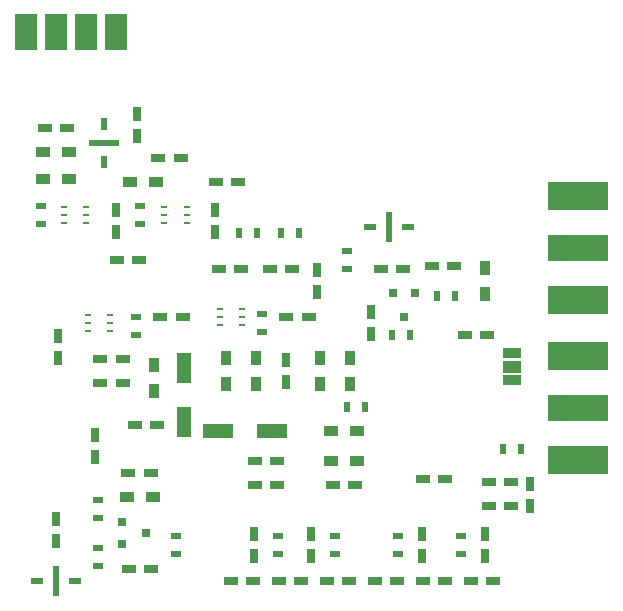
<source format=gbr>
G04 #@! TF.FileFunction,Paste,Top*
%FSLAX46Y46*%
G04 Gerber Fmt 4.6, Leading zero omitted, Abs format (unit mm)*
G04 Created by KiCad (PCBNEW (2015-03-31 BZR 5561)-product) date Tue 28 Apr 2015 10:13:20 PM CDT*
%MOMM*%
G01*
G04 APERTURE LIST*
%ADD10C,0.100000*%
%ADD11R,1.200000X0.750000*%
%ADD12R,0.750000X1.200000*%
%ADD13R,0.800100X0.800100*%
%ADD14R,1.198880X2.598420*%
%ADD15R,1.198880X2.600960*%
%ADD16R,2.598420X1.198880*%
%ADD17R,2.600960X1.198880*%
%ADD18R,0.900000X0.500000*%
%ADD19R,0.500000X0.900000*%
%ADD20R,1.200000X0.900000*%
%ADD21R,0.900000X1.200000*%
%ADD22R,0.600000X0.200000*%
%ADD23R,0.600000X2.600000*%
%ADD24R,1.000000X0.500000*%
%ADD25R,2.600000X0.600000*%
%ADD26R,0.500000X1.000000*%
%ADD27R,1.524000X1.016000*%
%ADD28R,1.524000X0.965200*%
%ADD29R,5.080000X2.413000*%
%ADD30R,5.080000X2.286000*%
%ADD31R,1.905000X3.048000*%
G04 APERTURE END LIST*
D10*
D11*
X94930000Y-149606000D03*
X93030000Y-149606000D03*
D12*
X94996000Y-147508000D03*
X94996000Y-145608000D03*
D11*
X98994000Y-149606000D03*
X97094000Y-149606000D03*
D12*
X99822000Y-147508000D03*
X99822000Y-145608000D03*
D11*
X103058000Y-149606000D03*
X101158000Y-149606000D03*
X107122000Y-149606000D03*
X105222000Y-149606000D03*
D12*
X109220000Y-147508000D03*
X109220000Y-145608000D03*
D11*
X111186000Y-149606000D03*
X109286000Y-149606000D03*
D12*
X114554000Y-147508000D03*
X114554000Y-145608000D03*
D11*
X115250000Y-149606000D03*
X113350000Y-149606000D03*
D12*
X81534000Y-137226000D03*
X81534000Y-139126000D03*
X78364000Y-130744000D03*
X78364000Y-128844000D03*
X78232000Y-146238000D03*
X78232000Y-144338000D03*
D11*
X84328000Y-140462000D03*
X86228000Y-140462000D03*
X84394000Y-148590000D03*
X86294000Y-148590000D03*
X83886000Y-130810000D03*
X81986000Y-130810000D03*
X83886000Y-132842000D03*
X81986000Y-132842000D03*
X88966000Y-127254000D03*
X87066000Y-127254000D03*
D12*
X97668000Y-130876000D03*
X97668000Y-132776000D03*
D11*
X86802000Y-136398000D03*
X84902000Y-136398000D03*
X99634000Y-127254000D03*
X97734000Y-127254000D03*
X101666000Y-141478000D03*
X103566000Y-141478000D03*
X96962000Y-139446000D03*
X95062000Y-139446000D03*
X111186000Y-140970000D03*
X109286000Y-140970000D03*
X96962000Y-141478000D03*
X95062000Y-141478000D03*
X116774000Y-143256000D03*
X114874000Y-143256000D03*
X114874000Y-141224000D03*
X116774000Y-141224000D03*
D12*
X118364000Y-143256000D03*
X118364000Y-141356000D03*
X104902000Y-128712000D03*
X104902000Y-126812000D03*
D11*
X111948000Y-122936000D03*
X110048000Y-122936000D03*
D12*
X100330000Y-123256000D03*
X100330000Y-125156000D03*
D11*
X96332000Y-123190000D03*
X98232000Y-123190000D03*
X92014000Y-123190000D03*
X93914000Y-123190000D03*
X105730000Y-123190000D03*
X107630000Y-123190000D03*
D12*
X91694000Y-118176000D03*
X91694000Y-120076000D03*
D11*
X114742000Y-128778000D03*
X112842000Y-128778000D03*
D12*
X85090000Y-111948000D03*
X85090000Y-110048000D03*
D11*
X93660000Y-115824000D03*
X91760000Y-115824000D03*
X86868000Y-113792000D03*
X88768000Y-113792000D03*
X85278000Y-122428000D03*
X83378000Y-122428000D03*
D12*
X83312000Y-118176000D03*
X83312000Y-120076000D03*
D11*
X77282000Y-111252000D03*
X79182000Y-111252000D03*
D13*
X83835240Y-144592000D03*
X83835240Y-146492000D03*
X85834220Y-145542000D03*
X108646000Y-125237240D03*
X106746000Y-125237240D03*
X107696000Y-127236220D03*
D14*
X89032000Y-131556760D03*
D15*
X89032000Y-136159240D03*
D16*
X91917520Y-136906000D03*
D17*
X96520000Y-136906000D03*
D18*
X97028000Y-147308000D03*
X97028000Y-145808000D03*
X101854000Y-147308000D03*
X101854000Y-145808000D03*
X107188000Y-147308000D03*
X107188000Y-145808000D03*
X112522000Y-147308000D03*
X112522000Y-145808000D03*
X88392000Y-145808000D03*
X88392000Y-147308000D03*
X81788000Y-148324000D03*
X81788000Y-146824000D03*
X81788000Y-144260000D03*
X81788000Y-142760000D03*
X84968000Y-128778000D03*
X84968000Y-127278000D03*
X95636000Y-128512000D03*
X95636000Y-127012000D03*
D19*
X102882000Y-134874000D03*
X104382000Y-134874000D03*
X116090000Y-138430000D03*
X117590000Y-138430000D03*
X110502000Y-125476000D03*
X112002000Y-125476000D03*
D18*
X102870000Y-123178000D03*
X102870000Y-121678000D03*
D19*
X108192000Y-128778000D03*
X106692000Y-128778000D03*
D18*
X85344000Y-117880000D03*
X85344000Y-119380000D03*
X76962000Y-117868000D03*
X76962000Y-119368000D03*
D20*
X84244000Y-142494000D03*
X86444000Y-142494000D03*
D21*
X86492000Y-131318000D03*
X86492000Y-133518000D03*
X92588000Y-130726000D03*
X92588000Y-132926000D03*
X103124000Y-132926000D03*
X103124000Y-130726000D03*
X100584000Y-130726000D03*
X100584000Y-132926000D03*
D20*
X103716000Y-136906000D03*
X101516000Y-136906000D03*
X103716000Y-139446000D03*
X101516000Y-139446000D03*
D21*
X114554000Y-125306000D03*
X114554000Y-123106000D03*
D20*
X84498000Y-115824000D03*
X86698000Y-115824000D03*
X77132000Y-115570000D03*
X79332000Y-115570000D03*
X77132000Y-113284000D03*
X79332000Y-113284000D03*
D21*
X95128000Y-130726000D03*
X95128000Y-132926000D03*
D22*
X80904000Y-127112000D03*
X80904000Y-127762000D03*
X80904000Y-128412000D03*
X82804000Y-127112000D03*
X82804000Y-127762000D03*
X82804000Y-128412000D03*
X92080000Y-126604000D03*
X92080000Y-127254000D03*
X92080000Y-127904000D03*
X93980000Y-126604000D03*
X93980000Y-127254000D03*
X93980000Y-127904000D03*
X89276000Y-119268000D03*
X89276000Y-118618000D03*
X89276000Y-117968000D03*
X87376000Y-119268000D03*
X87376000Y-118618000D03*
X87376000Y-117968000D03*
X80772000Y-119268000D03*
X80772000Y-118618000D03*
X80772000Y-117968000D03*
X78872000Y-119268000D03*
X78872000Y-118618000D03*
X78872000Y-117968000D03*
D23*
X78232000Y-149606000D03*
D24*
X79832000Y-149606000D03*
X76632000Y-149606000D03*
D23*
X106426000Y-119634000D03*
D24*
X104826000Y-119634000D03*
X108026000Y-119634000D03*
D25*
X82296000Y-112522000D03*
D26*
X82296000Y-114122000D03*
X82296000Y-110922000D03*
D19*
X97282000Y-120142000D03*
X98782000Y-120142000D03*
X93738000Y-120142000D03*
X95238000Y-120142000D03*
D27*
X116840000Y-131445000D03*
D28*
X116840000Y-132588000D03*
X116840000Y-130302000D03*
D29*
X122428000Y-139319000D03*
X122428000Y-130556000D03*
X122428000Y-130556000D03*
D30*
X122428000Y-134937500D03*
D29*
X122428000Y-139319000D03*
X122428000Y-125793500D03*
X122428000Y-117030500D03*
X122428000Y-117030500D03*
D30*
X122428000Y-121412000D03*
D29*
X122428000Y-125793500D03*
D31*
X75692000Y-103124000D03*
X78232000Y-103124000D03*
X80772000Y-103124000D03*
X83312000Y-103124000D03*
M02*

</source>
